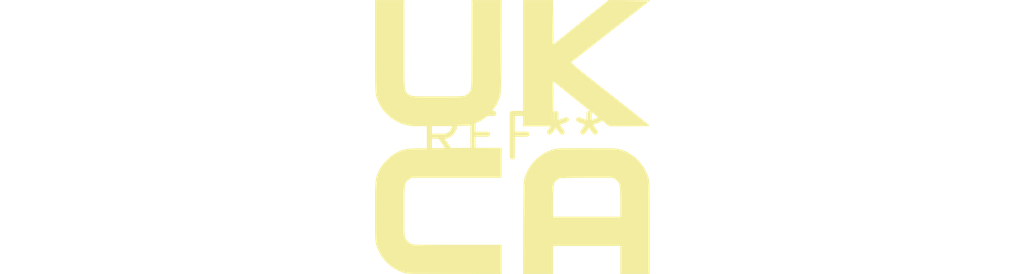
<source format=kicad_pcb>
(kicad_pcb (version 20240108) (generator pcbnew)
  (layers (0 "F.Cu" signal) (31 "B.Cu" signal) (34 "B.Paste" user) (35 "F.Paste" user) (36 "B.SilkS" user "B.Silkscreen") (37 "F.SilkS" user "F.Silkscreen") (38 "B.Mask" user) (39 "F.Mask" user) (44 "Edge.Cuts" user))
  (net 0 "")
  (footprint "UKCA-Logo_8x8mm_SilkScreen" (layer "F.Cu") (at 0 0)
    (property "Reference" "REF**")
    (property "Value" "UKCA-Logo_8x8mm_SilkScreen")
    (fp_poly (pts (xy 3.409957 -3.995543) (xy 4.010298 -3.989917) (xy 2.878274 -3.102766) (xy 2.686457 -2.952393) (xy 2.504056 -2.809307) (xy 2.333867 -2.675709) (xy 2.178689 -2.553799) (xy 2.041319 -2.445777) (xy 1.924553 -2.353843) (xy 1.831189 -2.280198) (xy 1.764024 -2.227042) (xy 1.725855 -2.196575) (xy 1.718237 -2.190288) (xy 1.718421 -2.180664) (xy 1.732283 -2.161584) (xy 1.761765 -2.131441) (xy 1.808809 -2.08863) (xy 1.875358 -2.031544) (xy 1.963353 -1.958578) (xy 2.074736 -1.868125) (xy 2.211451 -1.75858) (xy 2.375438 -1.628336) (xy 2.568641 -1.475787) (xy 2.793 -1.299328) (xy 2.845362 -1.258215) (xy 3.038307 -1.106521) (xy 3.221158 -0.962299) (xy 3.391232 -0.827695) (xy 3.545847 -0.704854) (xy 3.68232 -0.595921) (xy 3.797969 -0.503041) (xy 3.890111 -0.42836) (xy 3.956063 -0.374023) (xy 3.993144 -0.342174) (xy 4.0005 -0.334484) (xy 3.98023 -0.330088) (xy 3.923007 -0.326155) (xy 3.834211 -0.322836) (xy 3.719221 -0.320282) (xy 3.583415 -0.318643) (xy 3.432173 -0.318068) (xy 3.413125 -0.318078) (xy 2.82575 -0.318655) (xy 2.010833 -0.97465) (xy 1.195916 -1.630646) (xy 1.18473 -0.3175) (xy 0.3175 -0.3175) (xy 0.3175 -4.0005) (xy 1.184721 -4.0005) (xy 1.190319 -3.352237) (xy 1.195916 -2.703974) (xy 2.002766 -3.352572) (xy 2.809616 -4.001168) (xy 3.409957 -3.995543)) (layer "F.SilkS") (stroke (width 0.01)) (fill solid))
    (fp_poly (pts (xy 2.384851 0.328162) (xy 2.562294 0.328536) (xy 2.706418 0.329414) (xy 2.821732 0.331004) (xy 2.912741 0.333514) (xy 2.983954 0.337151) (xy 3.039878 0.342123) (xy 3.08502 0.348638) (xy 3.123889 0.356904) (xy 3.16099 0.367129) (xy 3.186462 0.374977) (xy 3.383738 0.458692) (xy 3.561842 0.577635) (xy 3.716555 0.727431) (xy 3.843658 0.903704) (xy 3.938931 1.102076) (xy 3.96637 1.183883) (xy 3.973371 1.211577) (xy 3.979364 1.246094) (xy 3.984423 1.290696) (xy 3.988626 1.348645) (xy 3.992046 1.423204) (xy 3.994762 1.517634) (xy 3.996848 1.635199) (xy 3.998381 1.77916) (xy 3.999437 1.95278) (xy 4.000091 2.159321) (xy 4.000419 2.402045) (xy 4.0005 2.649675) (xy 4.0005 4.0005) (xy 3.153833 4.0005) (xy 3.153833 3.175) (xy 1.185333 3.175) (xy 1.185333 4.0005) (xy 0.31548 4.0005) (xy 0.322191 2.640541) (xy 0.323569 2.367009) (xy 0.323785 2.328333) (xy 1.185333 2.328333) (xy 3.153833 2.328333) (xy 3.153833 1.88174) (xy 3.153086 1.713529) (xy 3.149978 1.581882) (xy 3.143209 1.48104) (xy 3.131482 1.405246) (xy 3.113495 1.348745) (xy 3.087951 1.305778) (xy 3.053549 1.270588) (xy 3.008991 1.237419) (xy 3.008311 1.236957) (xy 2.932339 1.185333) (xy 2.169961 1.185412) (xy 1.969471 1.185537) (xy 1.806859 1.186017) (xy 1.677671 1.187079) (xy 1.577453 1.188946) (xy 1.501749 1.191847) (xy 1.446106 1.196005) (xy 1.406069 1.201648) (xy 1.377183 1.209) (xy 1.354994 1.218288) (xy 1.338598 1.227552) (xy 1.29179 1.258382) (xy 1.255607 1.290557) (xy 1.228688 1.329764) (xy 1.209673 1.381692) (xy 1.197201 1.452027) (xy 1.189912 1.546459) (xy 1.186444 1.670676) (xy 1.185438 1.830364) (xy 1.185412 1.867958) (xy 1.185333 2.328333) (xy 0.323785 2.328333) (xy 0.324882 2.132443) (xy 0.326249 1.933473) (xy 0.327791 1.766732) (xy 0.32963 1.628852) (xy 0.331884 1.516466) (xy 0.334674 1.426205) (xy 0.338122 1.354701) (xy 0.342347 1.298587) (xy 0.34747 1.254494) (xy 0.353611 1.219055) (xy 0.360891 1.188901) (xy 0.36943 1.160664) (xy 0.375805 1.141473) (xy 0.463711 0.94431) (xy 0.585929 0.765413) (xy 0.737085 0.610082) (xy 0.911807 0.483617) (xy 1.104721 0.391321) (xy 1.152704 0.374977) (xy 1.191088 0.363358) (xy 1.22829 0.353834) (xy 1.268819 0.346197) (xy 1.31718 0.340239) (xy 1.377882 0.335752) (xy 1.455431 0.332529) (xy 1.554336 0.330361) (xy 1.679103 0.329041) (xy 1.83424 0.32836) (xy 2.024255 0.328111) (xy 2.169583 0.328083) (xy 2.384851 0.328162)) (layer "F.SilkS") (stroke (width 0.01)) (fill solid))
    (fp_poly (pts (xy -0.3175 1.185333) (xy -2.935907 1.185333) (xy -3.007829 1.23338) (xy -3.044505 1.258859) (xy -3.074458 1.284403) (xy -3.098367 1.314363) (xy -3.116915 1.353094) (xy -3.130781 1.404949) (xy -3.140647 1.47428) (xy -3.147193 1.565443) (xy -3.151101 1.682789) (xy -3.153051 1.830672) (xy -3.153725 2.013445) (xy -3.153801 2.166701) (xy -3.15372 2.363348) (xy -3.153288 2.522266) (xy -3.152255 2.648062) (xy -3.150367 2.74534) (xy -3.147372 2.818706) (xy -3.143018 2.872764) (xy -3.137053 2.91212) (xy -3.129223 2.941379) (xy -3.119278 2.965147) (xy -3.109005 2.984414) (xy -3.059605 3.04812) (xy -2.995812 3.10208) (xy -2.984415 3.109004) (xy -2.967232 3.118225) (xy -2.948829 3.126086) (xy -2.925884 3.132695) (xy -2.895073 3.138162) (xy -2.853076 3.142595) (xy -2.796569 3.146101) (xy -2.722231 3.14879) (xy -2.626739 3.15077) (xy -2.506772 3.15215) (xy -2.359006 3.153037) (xy -2.18012 3.153541) (xy -1.966791 3.153769) (xy -1.715698 3.153831) (xy -1.611077 3.153833) (xy -0.3175 3.153833) (xy -0.3175 4.0005) (xy -1.677459 3.999106) (xy -1.961384 3.99867) (xy -2.206062 3.997941) (xy -2.414579 3.996851) (xy -2.590022 3.995334) (xy -2.735475 3.993322) (xy -2.854025 3.990748) (xy -2.948757 3.987546) (xy -3.022758 3.983647) (xy -3.079114 3.978986) (xy -3.12091 3.973494) (xy -3.151232 3.967105) (xy -3.151456 3.967045) (xy -3.349709 3.89234) (xy -3.530261 3.781586) (xy -3.688855 3.638872) (xy -3.821237 3.468292) (xy -3.923149 3.273936) (xy -3.952086 3.19739) (xy -3.963796 3.161736) (xy -3.9734 3.12709) (xy -3.98111 3.088998) (xy -3.987137 3.043011) (xy -3.991694 2.984674) (xy -3.994991 2.909537) (xy -3.997241 2.813148) (xy -3.998655 2.691054) (xy -3.999443 2.538804) (xy -3.999819 2.351946) (xy -3.999954 2.189905) (xy -3.999925 1.958948) (xy -3.999207 1.765753) (xy -3.997324 1.605747) (xy -3.993802 1.474359) (xy -3.988168 1.367017) (xy -3.979946 1.279149) (xy -3.968662 1.206184) (xy -3.953843 1.143551) (xy -3.935012 1.086676) (xy -3.911697 1.03099) (xy -3.883422 0.97192) (xy -3.870991 0.947062) (xy -3.801572 0.83659) (xy -3.705606 0.720957) (xy -3.594335 0.611329) (xy -3.479 0.518871) (xy -3.37941 0.458788) (xy -3.32806 0.433728) (xy -3.282863 0.412164) (xy -3.240346 0.393814) (xy -3.197032 0.378401) (xy -3.149449 0.365646) (xy -3.094122 0.355268) (xy -3.027575 0.346989) (xy -2.946336 0.34053) (xy -2.846928 0.335612) (xy -2.725878 0.331955) (xy -2.579712 0.32928) (xy -2.404955 0.327309) (xy -2.198132 0.325762) (xy -1.955768 0.324359) (xy -1.688042 0.322899) (xy -0.3175 0.315234) (xy -0.3175 1.185333)) (layer "F.SilkS") (stroke (width 0.01)) (fill solid))
    (fp_poly (pts (xy -3.153801 -2.714625) (xy -3.153816 -2.439002) (xy -3.153664 -2.202492) (xy -3.153027 -2.001878) (xy -3.15159 -1.833941) (xy -3.149034 -1.695461) (xy -3.145043 -1.583221) (xy -3.139298 -1.494) (xy -3.131484 -1.424581) (xy -3.121282 -1.371744) (xy -3.108376 -1.332271) (xy -3.092448 -1.302942) (xy -3.073181 -1.28054) (xy -3.050258 -1.261845) (xy -3.023362 -1.243638) (xy -3.007829 -1.233381) (xy -2.988203 -1.220815) (xy -2.967836 -1.210657) (xy -2.942273 -1.202651) (xy -2.90706 -1.196542) (xy -2.857741 -1.192075) (xy -2.789864 -1.188992) (xy -2.698972 -1.18704) (xy -2.580613 -1.185962) (xy -2.430331 -1.185504) (xy -2.243673 -1.185408) (xy -2.171745 -1.185413) (xy -1.971002 -1.185538) (xy -1.808143 -1.186016) (xy -1.678721 -1.187073) (xy -1.578286 -1.188934) (xy -1.502391 -1.191823) (xy -1.446587 -1.195966) (xy -1.406426 -1.201587) (xy -1.377459 -1.208913) (xy -1.355237 -1.218166) (xy -1.338599 -1.227553) (xy -1.278756 -1.276293) (xy -1.229001 -1.336262) (xy -1.227553 -1.338599) (xy -1.218902 -1.354007) (xy -1.211526 -1.371851) (xy -1.205322 -1.395423) (xy -1.200189 -1.428016) (xy -1.196025 -1.472921) (xy -1.192729 -1.533432) (xy -1.190199 -1.612841) (xy -1.188333 -1.71444) (xy -1.18703 -1.841523) (xy -1.186189 -1.997382) (xy -1.185707 -2.185309) (xy -1.185483 -2.408596) (xy -1.185415 -2.670538) (xy -1.185413 -2.704042) (xy -1.185334 -4.0005) (xy -0.315481 -4.0005) (xy -0.322192 -2.640542) (xy -0.32357 -2.36701) (xy -0.324883 -2.132444) (xy -0.32625 -1.933474) (xy -0.327792 -1.766733) (xy -0.329631 -1.628853) (xy -0.331885 -1.516467) (xy -0.334675 -1.426206) (xy -0.338123 -1.354702) (xy -0.342348 -1.298588) (xy -0.347471 -1.254495) (xy -0.353612 -1.219056) (xy -0.360892 -1.188902) (xy -0.369431 -1.160665) (xy -0.375806 -1.141474) (xy -0.463765 -0.944541) (xy -0.586451 -0.765226) (xy -0.738323 -0.609069) (xy -0.913836 -0.481609) (xy -1.107448 -0.388383) (xy -1.141474 -0.376434) (xy -1.178795 -0.364607) (xy -1.215744 -0.354951) (xy -1.256978 -0.34722) (xy -1.307152 -0.341169) (xy -1.370923 -0.336554) (xy -1.452944 -0.333129) (xy -1.557873 -0.330649) (xy -1.690366 -0.328869) (xy -1.855077 -0.327545) (xy -2.056662 -0.326432) (xy -2.0955 -0.326244) (xy -2.279693 -0.325584) (xy -2.452615 -0.325396) (xy -2.609215 -0.325652) (xy -2.744438 -0.326326) (xy -2.853231 -0.327391) (xy -2.93054 -0.328821) (xy -2.971312 -0.330588) (xy -2.973917 -0.330874) (xy -3.186258 -0.379723) (xy -3.383654 -0.464903) (xy -3.561634 -0.582506) (xy -3.715725 -0.728624) (xy -3.841454 -0.899351) (xy -3.934348 -1.090779) (xy -3.968981 -1.200218) (xy -3.975564 -1.231325) (xy -3.981196 -1.272407) (xy -3.985948 -1.326651) (xy -3.989887 -1.397248) (xy -3.993083 -1.487386) (xy -3.995604 -1.600254) (xy -3.997519 -1.739041) (xy -3.998897 -1.906937) (xy -3.999807 -2.107131) (xy -4.000318 -2.342811) (xy -4.000498 -2.617166) (xy -4.0005 -2.660864) (xy -4.0005 -4.0005) (xy -3.153834 -4.0005) (xy -3.153801 -2.714625)) (layer "F.SilkS") (stroke (width 0.01)) (fill solid))
  )
)
</source>
